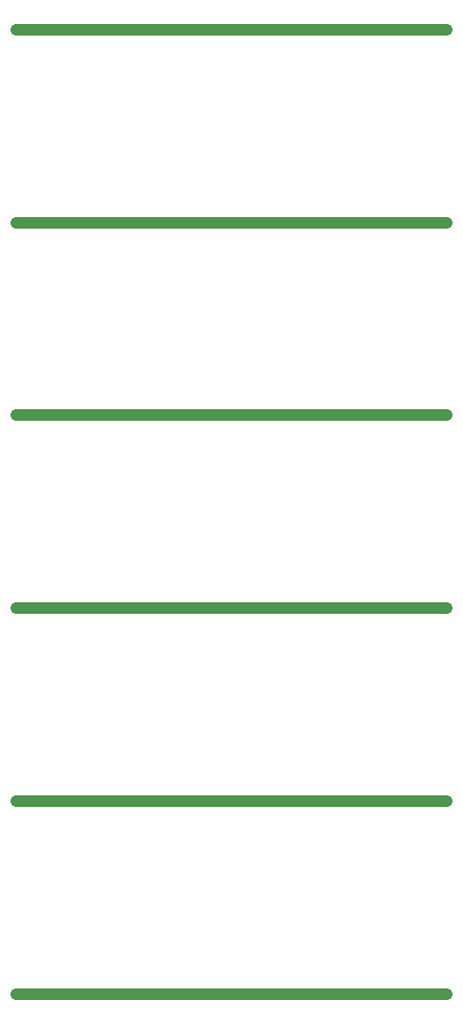
<source format=gbr>
%TF.GenerationSoftware,Altium Limited,Altium Designer,20.1.8 (145)*%
G04 Layer_Color=8454143*
%FSLAX45Y45*%
%MOMM*%
%TF.SameCoordinates,B3CF18BB-8163-4733-9D89-4CFBB204D872*%
%TF.FilePolarity,Positive*%
%TF.FileFunction,Other,Route_Tool_Path*%
%TF.Part,CustomerPanel*%
G01*
G75*
%TA.AperFunction,NonConductor*%
%ADD49C,1.00000*%
D49*
X500000Y649999D02*
X4300000D01*
X500000Y2350000D02*
X4300000D01*
X500000Y4050000D02*
X4300000Y4050000D01*
X500000Y5749999D02*
X4300000D01*
X500000Y9149999D02*
X4300000D01*
X500000Y7450000D02*
X4300000D01*
%TF.MD5,57854417ae9d6c2ad223c70d51c6c744*%
M02*

</source>
